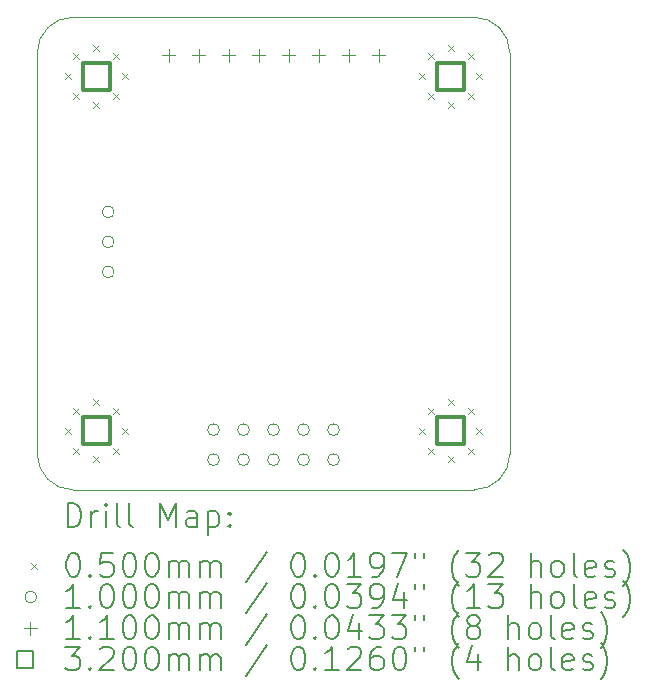
<source format=gbr>
%TF.GenerationSoftware,KiCad,Pcbnew,7.0.7*%
%TF.CreationDate,2024-02-22T12:38:58+00:00*%
%TF.ProjectId,gaugeInterface_rev0,67617567-6549-46e7-9465-72666163655f,rev?*%
%TF.SameCoordinates,Original*%
%TF.FileFunction,Drillmap*%
%TF.FilePolarity,Positive*%
%FSLAX45Y45*%
G04 Gerber Fmt 4.5, Leading zero omitted, Abs format (unit mm)*
G04 Created by KiCad (PCBNEW 7.0.7) date 2024-02-22 12:38:58*
%MOMM*%
%LPD*%
G01*
G04 APERTURE LIST*
%ADD10C,0.100000*%
%ADD11C,0.200000*%
%ADD12C,0.050000*%
%ADD13C,0.110000*%
%ADD14C,0.320000*%
G04 APERTURE END LIST*
D10*
X3700000Y-4000000D02*
X300000Y-4000000D01*
X4000000Y-300000D02*
G75*
G03*
X3700000Y0I-300000J0D01*
G01*
X300000Y0D02*
X3700000Y0D01*
X300000Y0D02*
G75*
G03*
X0Y-300000I0J-300000D01*
G01*
X0Y-3700000D02*
X0Y-300000D01*
X0Y-3700000D02*
G75*
G03*
X300000Y-4000000I300000J0D01*
G01*
X3700000Y-4000000D02*
G75*
G03*
X4000000Y-3700000I0J300000D01*
G01*
X4000000Y-300000D02*
X4000000Y-3700000D01*
D11*
D12*
X235000Y-475000D02*
X285000Y-525000D01*
X285000Y-475000D02*
X235000Y-525000D01*
X235000Y-3475000D02*
X285000Y-3525000D01*
X285000Y-3475000D02*
X235000Y-3525000D01*
X305294Y-305294D02*
X355294Y-355294D01*
X355294Y-305294D02*
X305294Y-355294D01*
X305294Y-644706D02*
X355294Y-694706D01*
X355294Y-644706D02*
X305294Y-694706D01*
X305294Y-3305294D02*
X355294Y-3355294D01*
X355294Y-3305294D02*
X305294Y-3355294D01*
X305294Y-3644706D02*
X355294Y-3694706D01*
X355294Y-3644706D02*
X305294Y-3694706D01*
X475000Y-235000D02*
X525000Y-285000D01*
X525000Y-235000D02*
X475000Y-285000D01*
X475000Y-715000D02*
X525000Y-765000D01*
X525000Y-715000D02*
X475000Y-765000D01*
X475000Y-3235000D02*
X525000Y-3285000D01*
X525000Y-3235000D02*
X475000Y-3285000D01*
X475000Y-3715000D02*
X525000Y-3765000D01*
X525000Y-3715000D02*
X475000Y-3765000D01*
X644706Y-305294D02*
X694706Y-355294D01*
X694706Y-305294D02*
X644706Y-355294D01*
X644706Y-644706D02*
X694706Y-694706D01*
X694706Y-644706D02*
X644706Y-694706D01*
X644706Y-3305294D02*
X694706Y-3355294D01*
X694706Y-3305294D02*
X644706Y-3355294D01*
X644706Y-3644706D02*
X694706Y-3694706D01*
X694706Y-3644706D02*
X644706Y-3694706D01*
X715000Y-475000D02*
X765000Y-525000D01*
X765000Y-475000D02*
X715000Y-525000D01*
X715000Y-3475000D02*
X765000Y-3525000D01*
X765000Y-3475000D02*
X715000Y-3525000D01*
X3235000Y-475000D02*
X3285000Y-525000D01*
X3285000Y-475000D02*
X3235000Y-525000D01*
X3235000Y-3475000D02*
X3285000Y-3525000D01*
X3285000Y-3475000D02*
X3235000Y-3525000D01*
X3305294Y-305294D02*
X3355294Y-355294D01*
X3355294Y-305294D02*
X3305294Y-355294D01*
X3305294Y-644706D02*
X3355294Y-694706D01*
X3355294Y-644706D02*
X3305294Y-694706D01*
X3305294Y-3305294D02*
X3355294Y-3355294D01*
X3355294Y-3305294D02*
X3305294Y-3355294D01*
X3305294Y-3644706D02*
X3355294Y-3694706D01*
X3355294Y-3644706D02*
X3305294Y-3694706D01*
X3475000Y-235000D02*
X3525000Y-285000D01*
X3525000Y-235000D02*
X3475000Y-285000D01*
X3475000Y-715000D02*
X3525000Y-765000D01*
X3525000Y-715000D02*
X3475000Y-765000D01*
X3475000Y-3235000D02*
X3525000Y-3285000D01*
X3525000Y-3235000D02*
X3475000Y-3285000D01*
X3475000Y-3715000D02*
X3525000Y-3765000D01*
X3525000Y-3715000D02*
X3475000Y-3765000D01*
X3644706Y-305294D02*
X3694706Y-355294D01*
X3694706Y-305294D02*
X3644706Y-355294D01*
X3644706Y-644706D02*
X3694706Y-694706D01*
X3694706Y-644706D02*
X3644706Y-694706D01*
X3644706Y-3305294D02*
X3694706Y-3355294D01*
X3694706Y-3305294D02*
X3644706Y-3355294D01*
X3644706Y-3644706D02*
X3694706Y-3694706D01*
X3694706Y-3644706D02*
X3644706Y-3694706D01*
X3715000Y-475000D02*
X3765000Y-525000D01*
X3765000Y-475000D02*
X3715000Y-525000D01*
X3715000Y-3475000D02*
X3765000Y-3525000D01*
X3765000Y-3475000D02*
X3715000Y-3525000D01*
D10*
X650000Y-1647500D02*
G75*
G03*
X650000Y-1647500I-50000J0D01*
G01*
X650000Y-1901500D02*
G75*
G03*
X650000Y-1901500I-50000J0D01*
G01*
X650000Y-2155500D02*
G75*
G03*
X650000Y-2155500I-50000J0D01*
G01*
X1542000Y-3492000D02*
G75*
G03*
X1542000Y-3492000I-50000J0D01*
G01*
X1542000Y-3746000D02*
G75*
G03*
X1542000Y-3746000I-50000J0D01*
G01*
X1796000Y-3492000D02*
G75*
G03*
X1796000Y-3492000I-50000J0D01*
G01*
X1796000Y-3746000D02*
G75*
G03*
X1796000Y-3746000I-50000J0D01*
G01*
X2050000Y-3492000D02*
G75*
G03*
X2050000Y-3492000I-50000J0D01*
G01*
X2050000Y-3746000D02*
G75*
G03*
X2050000Y-3746000I-50000J0D01*
G01*
X2304000Y-3492000D02*
G75*
G03*
X2304000Y-3492000I-50000J0D01*
G01*
X2304000Y-3746000D02*
G75*
G03*
X2304000Y-3746000I-50000J0D01*
G01*
X2558000Y-3492000D02*
G75*
G03*
X2558000Y-3492000I-50000J0D01*
G01*
X2558000Y-3746000D02*
G75*
G03*
X2558000Y-3746000I-50000J0D01*
G01*
D13*
X1111000Y-265000D02*
X1111000Y-375000D01*
X1056000Y-320000D02*
X1166000Y-320000D01*
X1365000Y-265000D02*
X1365000Y-375000D01*
X1310000Y-320000D02*
X1420000Y-320000D01*
X1619000Y-265000D02*
X1619000Y-375000D01*
X1564000Y-320000D02*
X1674000Y-320000D01*
X1873000Y-265000D02*
X1873000Y-375000D01*
X1818000Y-320000D02*
X1928000Y-320000D01*
X2127000Y-265000D02*
X2127000Y-375000D01*
X2072000Y-320000D02*
X2182000Y-320000D01*
X2381000Y-265000D02*
X2381000Y-375000D01*
X2326000Y-320000D02*
X2436000Y-320000D01*
X2635000Y-265000D02*
X2635000Y-375000D01*
X2580000Y-320000D02*
X2690000Y-320000D01*
X2889000Y-265000D02*
X2889000Y-375000D01*
X2834000Y-320000D02*
X2944000Y-320000D01*
D14*
X613138Y-613138D02*
X613138Y-386862D01*
X386862Y-386862D01*
X386862Y-613138D01*
X613138Y-613138D01*
X613138Y-3613138D02*
X613138Y-3386862D01*
X386862Y-3386862D01*
X386862Y-3613138D01*
X613138Y-3613138D01*
X3613138Y-613138D02*
X3613138Y-386862D01*
X3386862Y-386862D01*
X3386862Y-613138D01*
X3613138Y-613138D01*
X3613138Y-3613138D02*
X3613138Y-3386862D01*
X3386862Y-3386862D01*
X3386862Y-3613138D01*
X3613138Y-3613138D01*
D11*
X255777Y-4316484D02*
X255777Y-4116484D01*
X255777Y-4116484D02*
X303396Y-4116484D01*
X303396Y-4116484D02*
X331967Y-4126008D01*
X331967Y-4126008D02*
X351015Y-4145055D01*
X351015Y-4145055D02*
X360539Y-4164103D01*
X360539Y-4164103D02*
X370062Y-4202198D01*
X370062Y-4202198D02*
X370062Y-4230770D01*
X370062Y-4230770D02*
X360539Y-4268865D01*
X360539Y-4268865D02*
X351015Y-4287912D01*
X351015Y-4287912D02*
X331967Y-4306960D01*
X331967Y-4306960D02*
X303396Y-4316484D01*
X303396Y-4316484D02*
X255777Y-4316484D01*
X455777Y-4316484D02*
X455777Y-4183150D01*
X455777Y-4221246D02*
X465301Y-4202198D01*
X465301Y-4202198D02*
X474824Y-4192674D01*
X474824Y-4192674D02*
X493872Y-4183150D01*
X493872Y-4183150D02*
X512920Y-4183150D01*
X579586Y-4316484D02*
X579586Y-4183150D01*
X579586Y-4116484D02*
X570063Y-4126008D01*
X570063Y-4126008D02*
X579586Y-4135531D01*
X579586Y-4135531D02*
X589110Y-4126008D01*
X589110Y-4126008D02*
X579586Y-4116484D01*
X579586Y-4116484D02*
X579586Y-4135531D01*
X703396Y-4316484D02*
X684348Y-4306960D01*
X684348Y-4306960D02*
X674824Y-4287912D01*
X674824Y-4287912D02*
X674824Y-4116484D01*
X808158Y-4316484D02*
X789110Y-4306960D01*
X789110Y-4306960D02*
X779586Y-4287912D01*
X779586Y-4287912D02*
X779586Y-4116484D01*
X1036729Y-4316484D02*
X1036729Y-4116484D01*
X1036729Y-4116484D02*
X1103396Y-4259341D01*
X1103396Y-4259341D02*
X1170063Y-4116484D01*
X1170063Y-4116484D02*
X1170063Y-4316484D01*
X1351015Y-4316484D02*
X1351015Y-4211722D01*
X1351015Y-4211722D02*
X1341491Y-4192674D01*
X1341491Y-4192674D02*
X1322444Y-4183150D01*
X1322444Y-4183150D02*
X1284348Y-4183150D01*
X1284348Y-4183150D02*
X1265301Y-4192674D01*
X1351015Y-4306960D02*
X1331967Y-4316484D01*
X1331967Y-4316484D02*
X1284348Y-4316484D01*
X1284348Y-4316484D02*
X1265301Y-4306960D01*
X1265301Y-4306960D02*
X1255777Y-4287912D01*
X1255777Y-4287912D02*
X1255777Y-4268865D01*
X1255777Y-4268865D02*
X1265301Y-4249817D01*
X1265301Y-4249817D02*
X1284348Y-4240293D01*
X1284348Y-4240293D02*
X1331967Y-4240293D01*
X1331967Y-4240293D02*
X1351015Y-4230770D01*
X1446253Y-4183150D02*
X1446253Y-4383150D01*
X1446253Y-4192674D02*
X1465301Y-4183150D01*
X1465301Y-4183150D02*
X1503396Y-4183150D01*
X1503396Y-4183150D02*
X1522443Y-4192674D01*
X1522443Y-4192674D02*
X1531967Y-4202198D01*
X1531967Y-4202198D02*
X1541491Y-4221246D01*
X1541491Y-4221246D02*
X1541491Y-4278389D01*
X1541491Y-4278389D02*
X1531967Y-4297436D01*
X1531967Y-4297436D02*
X1522443Y-4306960D01*
X1522443Y-4306960D02*
X1503396Y-4316484D01*
X1503396Y-4316484D02*
X1465301Y-4316484D01*
X1465301Y-4316484D02*
X1446253Y-4306960D01*
X1627205Y-4297436D02*
X1636729Y-4306960D01*
X1636729Y-4306960D02*
X1627205Y-4316484D01*
X1627205Y-4316484D02*
X1617682Y-4306960D01*
X1617682Y-4306960D02*
X1627205Y-4297436D01*
X1627205Y-4297436D02*
X1627205Y-4316484D01*
X1627205Y-4192674D02*
X1636729Y-4202198D01*
X1636729Y-4202198D02*
X1627205Y-4211722D01*
X1627205Y-4211722D02*
X1617682Y-4202198D01*
X1617682Y-4202198D02*
X1627205Y-4192674D01*
X1627205Y-4192674D02*
X1627205Y-4211722D01*
D12*
X-55000Y-4620000D02*
X-5000Y-4670000D01*
X-5000Y-4620000D02*
X-55000Y-4670000D01*
D11*
X293872Y-4536484D02*
X312920Y-4536484D01*
X312920Y-4536484D02*
X331967Y-4546008D01*
X331967Y-4546008D02*
X341491Y-4555531D01*
X341491Y-4555531D02*
X351015Y-4574579D01*
X351015Y-4574579D02*
X360539Y-4612674D01*
X360539Y-4612674D02*
X360539Y-4660293D01*
X360539Y-4660293D02*
X351015Y-4698389D01*
X351015Y-4698389D02*
X341491Y-4717436D01*
X341491Y-4717436D02*
X331967Y-4726960D01*
X331967Y-4726960D02*
X312920Y-4736484D01*
X312920Y-4736484D02*
X293872Y-4736484D01*
X293872Y-4736484D02*
X274824Y-4726960D01*
X274824Y-4726960D02*
X265301Y-4717436D01*
X265301Y-4717436D02*
X255777Y-4698389D01*
X255777Y-4698389D02*
X246253Y-4660293D01*
X246253Y-4660293D02*
X246253Y-4612674D01*
X246253Y-4612674D02*
X255777Y-4574579D01*
X255777Y-4574579D02*
X265301Y-4555531D01*
X265301Y-4555531D02*
X274824Y-4546008D01*
X274824Y-4546008D02*
X293872Y-4536484D01*
X446253Y-4717436D02*
X455777Y-4726960D01*
X455777Y-4726960D02*
X446253Y-4736484D01*
X446253Y-4736484D02*
X436729Y-4726960D01*
X436729Y-4726960D02*
X446253Y-4717436D01*
X446253Y-4717436D02*
X446253Y-4736484D01*
X636729Y-4536484D02*
X541491Y-4536484D01*
X541491Y-4536484D02*
X531967Y-4631722D01*
X531967Y-4631722D02*
X541491Y-4622198D01*
X541491Y-4622198D02*
X560539Y-4612674D01*
X560539Y-4612674D02*
X608158Y-4612674D01*
X608158Y-4612674D02*
X627205Y-4622198D01*
X627205Y-4622198D02*
X636729Y-4631722D01*
X636729Y-4631722D02*
X646253Y-4650770D01*
X646253Y-4650770D02*
X646253Y-4698389D01*
X646253Y-4698389D02*
X636729Y-4717436D01*
X636729Y-4717436D02*
X627205Y-4726960D01*
X627205Y-4726960D02*
X608158Y-4736484D01*
X608158Y-4736484D02*
X560539Y-4736484D01*
X560539Y-4736484D02*
X541491Y-4726960D01*
X541491Y-4726960D02*
X531967Y-4717436D01*
X770062Y-4536484D02*
X789110Y-4536484D01*
X789110Y-4536484D02*
X808158Y-4546008D01*
X808158Y-4546008D02*
X817682Y-4555531D01*
X817682Y-4555531D02*
X827205Y-4574579D01*
X827205Y-4574579D02*
X836729Y-4612674D01*
X836729Y-4612674D02*
X836729Y-4660293D01*
X836729Y-4660293D02*
X827205Y-4698389D01*
X827205Y-4698389D02*
X817682Y-4717436D01*
X817682Y-4717436D02*
X808158Y-4726960D01*
X808158Y-4726960D02*
X789110Y-4736484D01*
X789110Y-4736484D02*
X770062Y-4736484D01*
X770062Y-4736484D02*
X751015Y-4726960D01*
X751015Y-4726960D02*
X741491Y-4717436D01*
X741491Y-4717436D02*
X731967Y-4698389D01*
X731967Y-4698389D02*
X722443Y-4660293D01*
X722443Y-4660293D02*
X722443Y-4612674D01*
X722443Y-4612674D02*
X731967Y-4574579D01*
X731967Y-4574579D02*
X741491Y-4555531D01*
X741491Y-4555531D02*
X751015Y-4546008D01*
X751015Y-4546008D02*
X770062Y-4536484D01*
X960539Y-4536484D02*
X979586Y-4536484D01*
X979586Y-4536484D02*
X998634Y-4546008D01*
X998634Y-4546008D02*
X1008158Y-4555531D01*
X1008158Y-4555531D02*
X1017682Y-4574579D01*
X1017682Y-4574579D02*
X1027205Y-4612674D01*
X1027205Y-4612674D02*
X1027205Y-4660293D01*
X1027205Y-4660293D02*
X1017682Y-4698389D01*
X1017682Y-4698389D02*
X1008158Y-4717436D01*
X1008158Y-4717436D02*
X998634Y-4726960D01*
X998634Y-4726960D02*
X979586Y-4736484D01*
X979586Y-4736484D02*
X960539Y-4736484D01*
X960539Y-4736484D02*
X941491Y-4726960D01*
X941491Y-4726960D02*
X931967Y-4717436D01*
X931967Y-4717436D02*
X922443Y-4698389D01*
X922443Y-4698389D02*
X912920Y-4660293D01*
X912920Y-4660293D02*
X912920Y-4612674D01*
X912920Y-4612674D02*
X922443Y-4574579D01*
X922443Y-4574579D02*
X931967Y-4555531D01*
X931967Y-4555531D02*
X941491Y-4546008D01*
X941491Y-4546008D02*
X960539Y-4536484D01*
X1112920Y-4736484D02*
X1112920Y-4603150D01*
X1112920Y-4622198D02*
X1122444Y-4612674D01*
X1122444Y-4612674D02*
X1141491Y-4603150D01*
X1141491Y-4603150D02*
X1170063Y-4603150D01*
X1170063Y-4603150D02*
X1189110Y-4612674D01*
X1189110Y-4612674D02*
X1198634Y-4631722D01*
X1198634Y-4631722D02*
X1198634Y-4736484D01*
X1198634Y-4631722D02*
X1208158Y-4612674D01*
X1208158Y-4612674D02*
X1227205Y-4603150D01*
X1227205Y-4603150D02*
X1255777Y-4603150D01*
X1255777Y-4603150D02*
X1274825Y-4612674D01*
X1274825Y-4612674D02*
X1284348Y-4631722D01*
X1284348Y-4631722D02*
X1284348Y-4736484D01*
X1379586Y-4736484D02*
X1379586Y-4603150D01*
X1379586Y-4622198D02*
X1389110Y-4612674D01*
X1389110Y-4612674D02*
X1408158Y-4603150D01*
X1408158Y-4603150D02*
X1436729Y-4603150D01*
X1436729Y-4603150D02*
X1455777Y-4612674D01*
X1455777Y-4612674D02*
X1465301Y-4631722D01*
X1465301Y-4631722D02*
X1465301Y-4736484D01*
X1465301Y-4631722D02*
X1474824Y-4612674D01*
X1474824Y-4612674D02*
X1493872Y-4603150D01*
X1493872Y-4603150D02*
X1522443Y-4603150D01*
X1522443Y-4603150D02*
X1541491Y-4612674D01*
X1541491Y-4612674D02*
X1551015Y-4631722D01*
X1551015Y-4631722D02*
X1551015Y-4736484D01*
X1941491Y-4526960D02*
X1770063Y-4784103D01*
X2198634Y-4536484D02*
X2217682Y-4536484D01*
X2217682Y-4536484D02*
X2236729Y-4546008D01*
X2236729Y-4546008D02*
X2246253Y-4555531D01*
X2246253Y-4555531D02*
X2255777Y-4574579D01*
X2255777Y-4574579D02*
X2265301Y-4612674D01*
X2265301Y-4612674D02*
X2265301Y-4660293D01*
X2265301Y-4660293D02*
X2255777Y-4698389D01*
X2255777Y-4698389D02*
X2246253Y-4717436D01*
X2246253Y-4717436D02*
X2236729Y-4726960D01*
X2236729Y-4726960D02*
X2217682Y-4736484D01*
X2217682Y-4736484D02*
X2198634Y-4736484D01*
X2198634Y-4736484D02*
X2179587Y-4726960D01*
X2179587Y-4726960D02*
X2170063Y-4717436D01*
X2170063Y-4717436D02*
X2160539Y-4698389D01*
X2160539Y-4698389D02*
X2151015Y-4660293D01*
X2151015Y-4660293D02*
X2151015Y-4612674D01*
X2151015Y-4612674D02*
X2160539Y-4574579D01*
X2160539Y-4574579D02*
X2170063Y-4555531D01*
X2170063Y-4555531D02*
X2179587Y-4546008D01*
X2179587Y-4546008D02*
X2198634Y-4536484D01*
X2351015Y-4717436D02*
X2360539Y-4726960D01*
X2360539Y-4726960D02*
X2351015Y-4736484D01*
X2351015Y-4736484D02*
X2341491Y-4726960D01*
X2341491Y-4726960D02*
X2351015Y-4717436D01*
X2351015Y-4717436D02*
X2351015Y-4736484D01*
X2484348Y-4536484D02*
X2503396Y-4536484D01*
X2503396Y-4536484D02*
X2522444Y-4546008D01*
X2522444Y-4546008D02*
X2531968Y-4555531D01*
X2531968Y-4555531D02*
X2541491Y-4574579D01*
X2541491Y-4574579D02*
X2551015Y-4612674D01*
X2551015Y-4612674D02*
X2551015Y-4660293D01*
X2551015Y-4660293D02*
X2541491Y-4698389D01*
X2541491Y-4698389D02*
X2531968Y-4717436D01*
X2531968Y-4717436D02*
X2522444Y-4726960D01*
X2522444Y-4726960D02*
X2503396Y-4736484D01*
X2503396Y-4736484D02*
X2484348Y-4736484D01*
X2484348Y-4736484D02*
X2465301Y-4726960D01*
X2465301Y-4726960D02*
X2455777Y-4717436D01*
X2455777Y-4717436D02*
X2446253Y-4698389D01*
X2446253Y-4698389D02*
X2436729Y-4660293D01*
X2436729Y-4660293D02*
X2436729Y-4612674D01*
X2436729Y-4612674D02*
X2446253Y-4574579D01*
X2446253Y-4574579D02*
X2455777Y-4555531D01*
X2455777Y-4555531D02*
X2465301Y-4546008D01*
X2465301Y-4546008D02*
X2484348Y-4536484D01*
X2741491Y-4736484D02*
X2627206Y-4736484D01*
X2684348Y-4736484D02*
X2684348Y-4536484D01*
X2684348Y-4536484D02*
X2665301Y-4565055D01*
X2665301Y-4565055D02*
X2646253Y-4584103D01*
X2646253Y-4584103D02*
X2627206Y-4593627D01*
X2836729Y-4736484D02*
X2874825Y-4736484D01*
X2874825Y-4736484D02*
X2893872Y-4726960D01*
X2893872Y-4726960D02*
X2903396Y-4717436D01*
X2903396Y-4717436D02*
X2922444Y-4688865D01*
X2922444Y-4688865D02*
X2931967Y-4650770D01*
X2931967Y-4650770D02*
X2931967Y-4574579D01*
X2931967Y-4574579D02*
X2922444Y-4555531D01*
X2922444Y-4555531D02*
X2912920Y-4546008D01*
X2912920Y-4546008D02*
X2893872Y-4536484D01*
X2893872Y-4536484D02*
X2855777Y-4536484D01*
X2855777Y-4536484D02*
X2836729Y-4546008D01*
X2836729Y-4546008D02*
X2827206Y-4555531D01*
X2827206Y-4555531D02*
X2817682Y-4574579D01*
X2817682Y-4574579D02*
X2817682Y-4622198D01*
X2817682Y-4622198D02*
X2827206Y-4641246D01*
X2827206Y-4641246D02*
X2836729Y-4650770D01*
X2836729Y-4650770D02*
X2855777Y-4660293D01*
X2855777Y-4660293D02*
X2893872Y-4660293D01*
X2893872Y-4660293D02*
X2912920Y-4650770D01*
X2912920Y-4650770D02*
X2922444Y-4641246D01*
X2922444Y-4641246D02*
X2931967Y-4622198D01*
X2998634Y-4536484D02*
X3131967Y-4536484D01*
X3131967Y-4536484D02*
X3046253Y-4736484D01*
X3198634Y-4536484D02*
X3198634Y-4574579D01*
X3274825Y-4536484D02*
X3274825Y-4574579D01*
X3570063Y-4812674D02*
X3560539Y-4803150D01*
X3560539Y-4803150D02*
X3541491Y-4774579D01*
X3541491Y-4774579D02*
X3531968Y-4755531D01*
X3531968Y-4755531D02*
X3522444Y-4726960D01*
X3522444Y-4726960D02*
X3512920Y-4679341D01*
X3512920Y-4679341D02*
X3512920Y-4641246D01*
X3512920Y-4641246D02*
X3522444Y-4593627D01*
X3522444Y-4593627D02*
X3531968Y-4565055D01*
X3531968Y-4565055D02*
X3541491Y-4546008D01*
X3541491Y-4546008D02*
X3560539Y-4517436D01*
X3560539Y-4517436D02*
X3570063Y-4507912D01*
X3627206Y-4536484D02*
X3751015Y-4536484D01*
X3751015Y-4536484D02*
X3684348Y-4612674D01*
X3684348Y-4612674D02*
X3712920Y-4612674D01*
X3712920Y-4612674D02*
X3731968Y-4622198D01*
X3731968Y-4622198D02*
X3741491Y-4631722D01*
X3741491Y-4631722D02*
X3751015Y-4650770D01*
X3751015Y-4650770D02*
X3751015Y-4698389D01*
X3751015Y-4698389D02*
X3741491Y-4717436D01*
X3741491Y-4717436D02*
X3731968Y-4726960D01*
X3731968Y-4726960D02*
X3712920Y-4736484D01*
X3712920Y-4736484D02*
X3655777Y-4736484D01*
X3655777Y-4736484D02*
X3636729Y-4726960D01*
X3636729Y-4726960D02*
X3627206Y-4717436D01*
X3827206Y-4555531D02*
X3836729Y-4546008D01*
X3836729Y-4546008D02*
X3855777Y-4536484D01*
X3855777Y-4536484D02*
X3903396Y-4536484D01*
X3903396Y-4536484D02*
X3922444Y-4546008D01*
X3922444Y-4546008D02*
X3931968Y-4555531D01*
X3931968Y-4555531D02*
X3941491Y-4574579D01*
X3941491Y-4574579D02*
X3941491Y-4593627D01*
X3941491Y-4593627D02*
X3931968Y-4622198D01*
X3931968Y-4622198D02*
X3817682Y-4736484D01*
X3817682Y-4736484D02*
X3941491Y-4736484D01*
X4179587Y-4736484D02*
X4179587Y-4536484D01*
X4265301Y-4736484D02*
X4265301Y-4631722D01*
X4265301Y-4631722D02*
X4255777Y-4612674D01*
X4255777Y-4612674D02*
X4236730Y-4603150D01*
X4236730Y-4603150D02*
X4208158Y-4603150D01*
X4208158Y-4603150D02*
X4189110Y-4612674D01*
X4189110Y-4612674D02*
X4179587Y-4622198D01*
X4389111Y-4736484D02*
X4370063Y-4726960D01*
X4370063Y-4726960D02*
X4360539Y-4717436D01*
X4360539Y-4717436D02*
X4351015Y-4698389D01*
X4351015Y-4698389D02*
X4351015Y-4641246D01*
X4351015Y-4641246D02*
X4360539Y-4622198D01*
X4360539Y-4622198D02*
X4370063Y-4612674D01*
X4370063Y-4612674D02*
X4389111Y-4603150D01*
X4389111Y-4603150D02*
X4417682Y-4603150D01*
X4417682Y-4603150D02*
X4436730Y-4612674D01*
X4436730Y-4612674D02*
X4446253Y-4622198D01*
X4446253Y-4622198D02*
X4455777Y-4641246D01*
X4455777Y-4641246D02*
X4455777Y-4698389D01*
X4455777Y-4698389D02*
X4446253Y-4717436D01*
X4446253Y-4717436D02*
X4436730Y-4726960D01*
X4436730Y-4726960D02*
X4417682Y-4736484D01*
X4417682Y-4736484D02*
X4389111Y-4736484D01*
X4570063Y-4736484D02*
X4551015Y-4726960D01*
X4551015Y-4726960D02*
X4541492Y-4707912D01*
X4541492Y-4707912D02*
X4541492Y-4536484D01*
X4722444Y-4726960D02*
X4703396Y-4736484D01*
X4703396Y-4736484D02*
X4665301Y-4736484D01*
X4665301Y-4736484D02*
X4646253Y-4726960D01*
X4646253Y-4726960D02*
X4636730Y-4707912D01*
X4636730Y-4707912D02*
X4636730Y-4631722D01*
X4636730Y-4631722D02*
X4646253Y-4612674D01*
X4646253Y-4612674D02*
X4665301Y-4603150D01*
X4665301Y-4603150D02*
X4703396Y-4603150D01*
X4703396Y-4603150D02*
X4722444Y-4612674D01*
X4722444Y-4612674D02*
X4731968Y-4631722D01*
X4731968Y-4631722D02*
X4731968Y-4650770D01*
X4731968Y-4650770D02*
X4636730Y-4669817D01*
X4808158Y-4726960D02*
X4827206Y-4736484D01*
X4827206Y-4736484D02*
X4865301Y-4736484D01*
X4865301Y-4736484D02*
X4884349Y-4726960D01*
X4884349Y-4726960D02*
X4893873Y-4707912D01*
X4893873Y-4707912D02*
X4893873Y-4698389D01*
X4893873Y-4698389D02*
X4884349Y-4679341D01*
X4884349Y-4679341D02*
X4865301Y-4669817D01*
X4865301Y-4669817D02*
X4836730Y-4669817D01*
X4836730Y-4669817D02*
X4817682Y-4660293D01*
X4817682Y-4660293D02*
X4808158Y-4641246D01*
X4808158Y-4641246D02*
X4808158Y-4631722D01*
X4808158Y-4631722D02*
X4817682Y-4612674D01*
X4817682Y-4612674D02*
X4836730Y-4603150D01*
X4836730Y-4603150D02*
X4865301Y-4603150D01*
X4865301Y-4603150D02*
X4884349Y-4612674D01*
X4960539Y-4812674D02*
X4970063Y-4803150D01*
X4970063Y-4803150D02*
X4989111Y-4774579D01*
X4989111Y-4774579D02*
X4998634Y-4755531D01*
X4998634Y-4755531D02*
X5008158Y-4726960D01*
X5008158Y-4726960D02*
X5017682Y-4679341D01*
X5017682Y-4679341D02*
X5017682Y-4641246D01*
X5017682Y-4641246D02*
X5008158Y-4593627D01*
X5008158Y-4593627D02*
X4998634Y-4565055D01*
X4998634Y-4565055D02*
X4989111Y-4546008D01*
X4989111Y-4546008D02*
X4970063Y-4517436D01*
X4970063Y-4517436D02*
X4960539Y-4507912D01*
D10*
X-5000Y-4909000D02*
G75*
G03*
X-5000Y-4909000I-50000J0D01*
G01*
D11*
X360539Y-5000484D02*
X246253Y-5000484D01*
X303396Y-5000484D02*
X303396Y-4800484D01*
X303396Y-4800484D02*
X284348Y-4829055D01*
X284348Y-4829055D02*
X265301Y-4848103D01*
X265301Y-4848103D02*
X246253Y-4857627D01*
X446253Y-4981436D02*
X455777Y-4990960D01*
X455777Y-4990960D02*
X446253Y-5000484D01*
X446253Y-5000484D02*
X436729Y-4990960D01*
X436729Y-4990960D02*
X446253Y-4981436D01*
X446253Y-4981436D02*
X446253Y-5000484D01*
X579586Y-4800484D02*
X598634Y-4800484D01*
X598634Y-4800484D02*
X617682Y-4810008D01*
X617682Y-4810008D02*
X627205Y-4819531D01*
X627205Y-4819531D02*
X636729Y-4838579D01*
X636729Y-4838579D02*
X646253Y-4876674D01*
X646253Y-4876674D02*
X646253Y-4924293D01*
X646253Y-4924293D02*
X636729Y-4962389D01*
X636729Y-4962389D02*
X627205Y-4981436D01*
X627205Y-4981436D02*
X617682Y-4990960D01*
X617682Y-4990960D02*
X598634Y-5000484D01*
X598634Y-5000484D02*
X579586Y-5000484D01*
X579586Y-5000484D02*
X560539Y-4990960D01*
X560539Y-4990960D02*
X551015Y-4981436D01*
X551015Y-4981436D02*
X541491Y-4962389D01*
X541491Y-4962389D02*
X531967Y-4924293D01*
X531967Y-4924293D02*
X531967Y-4876674D01*
X531967Y-4876674D02*
X541491Y-4838579D01*
X541491Y-4838579D02*
X551015Y-4819531D01*
X551015Y-4819531D02*
X560539Y-4810008D01*
X560539Y-4810008D02*
X579586Y-4800484D01*
X770062Y-4800484D02*
X789110Y-4800484D01*
X789110Y-4800484D02*
X808158Y-4810008D01*
X808158Y-4810008D02*
X817682Y-4819531D01*
X817682Y-4819531D02*
X827205Y-4838579D01*
X827205Y-4838579D02*
X836729Y-4876674D01*
X836729Y-4876674D02*
X836729Y-4924293D01*
X836729Y-4924293D02*
X827205Y-4962389D01*
X827205Y-4962389D02*
X817682Y-4981436D01*
X817682Y-4981436D02*
X808158Y-4990960D01*
X808158Y-4990960D02*
X789110Y-5000484D01*
X789110Y-5000484D02*
X770062Y-5000484D01*
X770062Y-5000484D02*
X751015Y-4990960D01*
X751015Y-4990960D02*
X741491Y-4981436D01*
X741491Y-4981436D02*
X731967Y-4962389D01*
X731967Y-4962389D02*
X722443Y-4924293D01*
X722443Y-4924293D02*
X722443Y-4876674D01*
X722443Y-4876674D02*
X731967Y-4838579D01*
X731967Y-4838579D02*
X741491Y-4819531D01*
X741491Y-4819531D02*
X751015Y-4810008D01*
X751015Y-4810008D02*
X770062Y-4800484D01*
X960539Y-4800484D02*
X979586Y-4800484D01*
X979586Y-4800484D02*
X998634Y-4810008D01*
X998634Y-4810008D02*
X1008158Y-4819531D01*
X1008158Y-4819531D02*
X1017682Y-4838579D01*
X1017682Y-4838579D02*
X1027205Y-4876674D01*
X1027205Y-4876674D02*
X1027205Y-4924293D01*
X1027205Y-4924293D02*
X1017682Y-4962389D01*
X1017682Y-4962389D02*
X1008158Y-4981436D01*
X1008158Y-4981436D02*
X998634Y-4990960D01*
X998634Y-4990960D02*
X979586Y-5000484D01*
X979586Y-5000484D02*
X960539Y-5000484D01*
X960539Y-5000484D02*
X941491Y-4990960D01*
X941491Y-4990960D02*
X931967Y-4981436D01*
X931967Y-4981436D02*
X922443Y-4962389D01*
X922443Y-4962389D02*
X912920Y-4924293D01*
X912920Y-4924293D02*
X912920Y-4876674D01*
X912920Y-4876674D02*
X922443Y-4838579D01*
X922443Y-4838579D02*
X931967Y-4819531D01*
X931967Y-4819531D02*
X941491Y-4810008D01*
X941491Y-4810008D02*
X960539Y-4800484D01*
X1112920Y-5000484D02*
X1112920Y-4867150D01*
X1112920Y-4886198D02*
X1122444Y-4876674D01*
X1122444Y-4876674D02*
X1141491Y-4867150D01*
X1141491Y-4867150D02*
X1170063Y-4867150D01*
X1170063Y-4867150D02*
X1189110Y-4876674D01*
X1189110Y-4876674D02*
X1198634Y-4895722D01*
X1198634Y-4895722D02*
X1198634Y-5000484D01*
X1198634Y-4895722D02*
X1208158Y-4876674D01*
X1208158Y-4876674D02*
X1227205Y-4867150D01*
X1227205Y-4867150D02*
X1255777Y-4867150D01*
X1255777Y-4867150D02*
X1274825Y-4876674D01*
X1274825Y-4876674D02*
X1284348Y-4895722D01*
X1284348Y-4895722D02*
X1284348Y-5000484D01*
X1379586Y-5000484D02*
X1379586Y-4867150D01*
X1379586Y-4886198D02*
X1389110Y-4876674D01*
X1389110Y-4876674D02*
X1408158Y-4867150D01*
X1408158Y-4867150D02*
X1436729Y-4867150D01*
X1436729Y-4867150D02*
X1455777Y-4876674D01*
X1455777Y-4876674D02*
X1465301Y-4895722D01*
X1465301Y-4895722D02*
X1465301Y-5000484D01*
X1465301Y-4895722D02*
X1474824Y-4876674D01*
X1474824Y-4876674D02*
X1493872Y-4867150D01*
X1493872Y-4867150D02*
X1522443Y-4867150D01*
X1522443Y-4867150D02*
X1541491Y-4876674D01*
X1541491Y-4876674D02*
X1551015Y-4895722D01*
X1551015Y-4895722D02*
X1551015Y-5000484D01*
X1941491Y-4790960D02*
X1770063Y-5048103D01*
X2198634Y-4800484D02*
X2217682Y-4800484D01*
X2217682Y-4800484D02*
X2236729Y-4810008D01*
X2236729Y-4810008D02*
X2246253Y-4819531D01*
X2246253Y-4819531D02*
X2255777Y-4838579D01*
X2255777Y-4838579D02*
X2265301Y-4876674D01*
X2265301Y-4876674D02*
X2265301Y-4924293D01*
X2265301Y-4924293D02*
X2255777Y-4962389D01*
X2255777Y-4962389D02*
X2246253Y-4981436D01*
X2246253Y-4981436D02*
X2236729Y-4990960D01*
X2236729Y-4990960D02*
X2217682Y-5000484D01*
X2217682Y-5000484D02*
X2198634Y-5000484D01*
X2198634Y-5000484D02*
X2179587Y-4990960D01*
X2179587Y-4990960D02*
X2170063Y-4981436D01*
X2170063Y-4981436D02*
X2160539Y-4962389D01*
X2160539Y-4962389D02*
X2151015Y-4924293D01*
X2151015Y-4924293D02*
X2151015Y-4876674D01*
X2151015Y-4876674D02*
X2160539Y-4838579D01*
X2160539Y-4838579D02*
X2170063Y-4819531D01*
X2170063Y-4819531D02*
X2179587Y-4810008D01*
X2179587Y-4810008D02*
X2198634Y-4800484D01*
X2351015Y-4981436D02*
X2360539Y-4990960D01*
X2360539Y-4990960D02*
X2351015Y-5000484D01*
X2351015Y-5000484D02*
X2341491Y-4990960D01*
X2341491Y-4990960D02*
X2351015Y-4981436D01*
X2351015Y-4981436D02*
X2351015Y-5000484D01*
X2484348Y-4800484D02*
X2503396Y-4800484D01*
X2503396Y-4800484D02*
X2522444Y-4810008D01*
X2522444Y-4810008D02*
X2531968Y-4819531D01*
X2531968Y-4819531D02*
X2541491Y-4838579D01*
X2541491Y-4838579D02*
X2551015Y-4876674D01*
X2551015Y-4876674D02*
X2551015Y-4924293D01*
X2551015Y-4924293D02*
X2541491Y-4962389D01*
X2541491Y-4962389D02*
X2531968Y-4981436D01*
X2531968Y-4981436D02*
X2522444Y-4990960D01*
X2522444Y-4990960D02*
X2503396Y-5000484D01*
X2503396Y-5000484D02*
X2484348Y-5000484D01*
X2484348Y-5000484D02*
X2465301Y-4990960D01*
X2465301Y-4990960D02*
X2455777Y-4981436D01*
X2455777Y-4981436D02*
X2446253Y-4962389D01*
X2446253Y-4962389D02*
X2436729Y-4924293D01*
X2436729Y-4924293D02*
X2436729Y-4876674D01*
X2436729Y-4876674D02*
X2446253Y-4838579D01*
X2446253Y-4838579D02*
X2455777Y-4819531D01*
X2455777Y-4819531D02*
X2465301Y-4810008D01*
X2465301Y-4810008D02*
X2484348Y-4800484D01*
X2617682Y-4800484D02*
X2741491Y-4800484D01*
X2741491Y-4800484D02*
X2674825Y-4876674D01*
X2674825Y-4876674D02*
X2703396Y-4876674D01*
X2703396Y-4876674D02*
X2722444Y-4886198D01*
X2722444Y-4886198D02*
X2731968Y-4895722D01*
X2731968Y-4895722D02*
X2741491Y-4914770D01*
X2741491Y-4914770D02*
X2741491Y-4962389D01*
X2741491Y-4962389D02*
X2731968Y-4981436D01*
X2731968Y-4981436D02*
X2722444Y-4990960D01*
X2722444Y-4990960D02*
X2703396Y-5000484D01*
X2703396Y-5000484D02*
X2646253Y-5000484D01*
X2646253Y-5000484D02*
X2627206Y-4990960D01*
X2627206Y-4990960D02*
X2617682Y-4981436D01*
X2836729Y-5000484D02*
X2874825Y-5000484D01*
X2874825Y-5000484D02*
X2893872Y-4990960D01*
X2893872Y-4990960D02*
X2903396Y-4981436D01*
X2903396Y-4981436D02*
X2922444Y-4952865D01*
X2922444Y-4952865D02*
X2931967Y-4914770D01*
X2931967Y-4914770D02*
X2931967Y-4838579D01*
X2931967Y-4838579D02*
X2922444Y-4819531D01*
X2922444Y-4819531D02*
X2912920Y-4810008D01*
X2912920Y-4810008D02*
X2893872Y-4800484D01*
X2893872Y-4800484D02*
X2855777Y-4800484D01*
X2855777Y-4800484D02*
X2836729Y-4810008D01*
X2836729Y-4810008D02*
X2827206Y-4819531D01*
X2827206Y-4819531D02*
X2817682Y-4838579D01*
X2817682Y-4838579D02*
X2817682Y-4886198D01*
X2817682Y-4886198D02*
X2827206Y-4905246D01*
X2827206Y-4905246D02*
X2836729Y-4914770D01*
X2836729Y-4914770D02*
X2855777Y-4924293D01*
X2855777Y-4924293D02*
X2893872Y-4924293D01*
X2893872Y-4924293D02*
X2912920Y-4914770D01*
X2912920Y-4914770D02*
X2922444Y-4905246D01*
X2922444Y-4905246D02*
X2931967Y-4886198D01*
X3103396Y-4867150D02*
X3103396Y-5000484D01*
X3055777Y-4790960D02*
X3008158Y-4933817D01*
X3008158Y-4933817D02*
X3131967Y-4933817D01*
X3198634Y-4800484D02*
X3198634Y-4838579D01*
X3274825Y-4800484D02*
X3274825Y-4838579D01*
X3570063Y-5076674D02*
X3560539Y-5067150D01*
X3560539Y-5067150D02*
X3541491Y-5038579D01*
X3541491Y-5038579D02*
X3531968Y-5019531D01*
X3531968Y-5019531D02*
X3522444Y-4990960D01*
X3522444Y-4990960D02*
X3512920Y-4943341D01*
X3512920Y-4943341D02*
X3512920Y-4905246D01*
X3512920Y-4905246D02*
X3522444Y-4857627D01*
X3522444Y-4857627D02*
X3531968Y-4829055D01*
X3531968Y-4829055D02*
X3541491Y-4810008D01*
X3541491Y-4810008D02*
X3560539Y-4781436D01*
X3560539Y-4781436D02*
X3570063Y-4771912D01*
X3751015Y-5000484D02*
X3636729Y-5000484D01*
X3693872Y-5000484D02*
X3693872Y-4800484D01*
X3693872Y-4800484D02*
X3674825Y-4829055D01*
X3674825Y-4829055D02*
X3655777Y-4848103D01*
X3655777Y-4848103D02*
X3636729Y-4857627D01*
X3817682Y-4800484D02*
X3941491Y-4800484D01*
X3941491Y-4800484D02*
X3874825Y-4876674D01*
X3874825Y-4876674D02*
X3903396Y-4876674D01*
X3903396Y-4876674D02*
X3922444Y-4886198D01*
X3922444Y-4886198D02*
X3931968Y-4895722D01*
X3931968Y-4895722D02*
X3941491Y-4914770D01*
X3941491Y-4914770D02*
X3941491Y-4962389D01*
X3941491Y-4962389D02*
X3931968Y-4981436D01*
X3931968Y-4981436D02*
X3922444Y-4990960D01*
X3922444Y-4990960D02*
X3903396Y-5000484D01*
X3903396Y-5000484D02*
X3846253Y-5000484D01*
X3846253Y-5000484D02*
X3827206Y-4990960D01*
X3827206Y-4990960D02*
X3817682Y-4981436D01*
X4179587Y-5000484D02*
X4179587Y-4800484D01*
X4265301Y-5000484D02*
X4265301Y-4895722D01*
X4265301Y-4895722D02*
X4255777Y-4876674D01*
X4255777Y-4876674D02*
X4236730Y-4867150D01*
X4236730Y-4867150D02*
X4208158Y-4867150D01*
X4208158Y-4867150D02*
X4189110Y-4876674D01*
X4189110Y-4876674D02*
X4179587Y-4886198D01*
X4389111Y-5000484D02*
X4370063Y-4990960D01*
X4370063Y-4990960D02*
X4360539Y-4981436D01*
X4360539Y-4981436D02*
X4351015Y-4962389D01*
X4351015Y-4962389D02*
X4351015Y-4905246D01*
X4351015Y-4905246D02*
X4360539Y-4886198D01*
X4360539Y-4886198D02*
X4370063Y-4876674D01*
X4370063Y-4876674D02*
X4389111Y-4867150D01*
X4389111Y-4867150D02*
X4417682Y-4867150D01*
X4417682Y-4867150D02*
X4436730Y-4876674D01*
X4436730Y-4876674D02*
X4446253Y-4886198D01*
X4446253Y-4886198D02*
X4455777Y-4905246D01*
X4455777Y-4905246D02*
X4455777Y-4962389D01*
X4455777Y-4962389D02*
X4446253Y-4981436D01*
X4446253Y-4981436D02*
X4436730Y-4990960D01*
X4436730Y-4990960D02*
X4417682Y-5000484D01*
X4417682Y-5000484D02*
X4389111Y-5000484D01*
X4570063Y-5000484D02*
X4551015Y-4990960D01*
X4551015Y-4990960D02*
X4541492Y-4971912D01*
X4541492Y-4971912D02*
X4541492Y-4800484D01*
X4722444Y-4990960D02*
X4703396Y-5000484D01*
X4703396Y-5000484D02*
X4665301Y-5000484D01*
X4665301Y-5000484D02*
X4646253Y-4990960D01*
X4646253Y-4990960D02*
X4636730Y-4971912D01*
X4636730Y-4971912D02*
X4636730Y-4895722D01*
X4636730Y-4895722D02*
X4646253Y-4876674D01*
X4646253Y-4876674D02*
X4665301Y-4867150D01*
X4665301Y-4867150D02*
X4703396Y-4867150D01*
X4703396Y-4867150D02*
X4722444Y-4876674D01*
X4722444Y-4876674D02*
X4731968Y-4895722D01*
X4731968Y-4895722D02*
X4731968Y-4914770D01*
X4731968Y-4914770D02*
X4636730Y-4933817D01*
X4808158Y-4990960D02*
X4827206Y-5000484D01*
X4827206Y-5000484D02*
X4865301Y-5000484D01*
X4865301Y-5000484D02*
X4884349Y-4990960D01*
X4884349Y-4990960D02*
X4893873Y-4971912D01*
X4893873Y-4971912D02*
X4893873Y-4962389D01*
X4893873Y-4962389D02*
X4884349Y-4943341D01*
X4884349Y-4943341D02*
X4865301Y-4933817D01*
X4865301Y-4933817D02*
X4836730Y-4933817D01*
X4836730Y-4933817D02*
X4817682Y-4924293D01*
X4817682Y-4924293D02*
X4808158Y-4905246D01*
X4808158Y-4905246D02*
X4808158Y-4895722D01*
X4808158Y-4895722D02*
X4817682Y-4876674D01*
X4817682Y-4876674D02*
X4836730Y-4867150D01*
X4836730Y-4867150D02*
X4865301Y-4867150D01*
X4865301Y-4867150D02*
X4884349Y-4876674D01*
X4960539Y-5076674D02*
X4970063Y-5067150D01*
X4970063Y-5067150D02*
X4989111Y-5038579D01*
X4989111Y-5038579D02*
X4998634Y-5019531D01*
X4998634Y-5019531D02*
X5008158Y-4990960D01*
X5008158Y-4990960D02*
X5017682Y-4943341D01*
X5017682Y-4943341D02*
X5017682Y-4905246D01*
X5017682Y-4905246D02*
X5008158Y-4857627D01*
X5008158Y-4857627D02*
X4998634Y-4829055D01*
X4998634Y-4829055D02*
X4989111Y-4810008D01*
X4989111Y-4810008D02*
X4970063Y-4781436D01*
X4970063Y-4781436D02*
X4960539Y-4771912D01*
D13*
X-60000Y-5118000D02*
X-60000Y-5228000D01*
X-115000Y-5173000D02*
X-5000Y-5173000D01*
D11*
X360539Y-5264484D02*
X246253Y-5264484D01*
X303396Y-5264484D02*
X303396Y-5064484D01*
X303396Y-5064484D02*
X284348Y-5093055D01*
X284348Y-5093055D02*
X265301Y-5112103D01*
X265301Y-5112103D02*
X246253Y-5121627D01*
X446253Y-5245436D02*
X455777Y-5254960D01*
X455777Y-5254960D02*
X446253Y-5264484D01*
X446253Y-5264484D02*
X436729Y-5254960D01*
X436729Y-5254960D02*
X446253Y-5245436D01*
X446253Y-5245436D02*
X446253Y-5264484D01*
X646253Y-5264484D02*
X531967Y-5264484D01*
X589110Y-5264484D02*
X589110Y-5064484D01*
X589110Y-5064484D02*
X570063Y-5093055D01*
X570063Y-5093055D02*
X551015Y-5112103D01*
X551015Y-5112103D02*
X531967Y-5121627D01*
X770062Y-5064484D02*
X789110Y-5064484D01*
X789110Y-5064484D02*
X808158Y-5074008D01*
X808158Y-5074008D02*
X817682Y-5083531D01*
X817682Y-5083531D02*
X827205Y-5102579D01*
X827205Y-5102579D02*
X836729Y-5140674D01*
X836729Y-5140674D02*
X836729Y-5188293D01*
X836729Y-5188293D02*
X827205Y-5226389D01*
X827205Y-5226389D02*
X817682Y-5245436D01*
X817682Y-5245436D02*
X808158Y-5254960D01*
X808158Y-5254960D02*
X789110Y-5264484D01*
X789110Y-5264484D02*
X770062Y-5264484D01*
X770062Y-5264484D02*
X751015Y-5254960D01*
X751015Y-5254960D02*
X741491Y-5245436D01*
X741491Y-5245436D02*
X731967Y-5226389D01*
X731967Y-5226389D02*
X722443Y-5188293D01*
X722443Y-5188293D02*
X722443Y-5140674D01*
X722443Y-5140674D02*
X731967Y-5102579D01*
X731967Y-5102579D02*
X741491Y-5083531D01*
X741491Y-5083531D02*
X751015Y-5074008D01*
X751015Y-5074008D02*
X770062Y-5064484D01*
X960539Y-5064484D02*
X979586Y-5064484D01*
X979586Y-5064484D02*
X998634Y-5074008D01*
X998634Y-5074008D02*
X1008158Y-5083531D01*
X1008158Y-5083531D02*
X1017682Y-5102579D01*
X1017682Y-5102579D02*
X1027205Y-5140674D01*
X1027205Y-5140674D02*
X1027205Y-5188293D01*
X1027205Y-5188293D02*
X1017682Y-5226389D01*
X1017682Y-5226389D02*
X1008158Y-5245436D01*
X1008158Y-5245436D02*
X998634Y-5254960D01*
X998634Y-5254960D02*
X979586Y-5264484D01*
X979586Y-5264484D02*
X960539Y-5264484D01*
X960539Y-5264484D02*
X941491Y-5254960D01*
X941491Y-5254960D02*
X931967Y-5245436D01*
X931967Y-5245436D02*
X922443Y-5226389D01*
X922443Y-5226389D02*
X912920Y-5188293D01*
X912920Y-5188293D02*
X912920Y-5140674D01*
X912920Y-5140674D02*
X922443Y-5102579D01*
X922443Y-5102579D02*
X931967Y-5083531D01*
X931967Y-5083531D02*
X941491Y-5074008D01*
X941491Y-5074008D02*
X960539Y-5064484D01*
X1112920Y-5264484D02*
X1112920Y-5131150D01*
X1112920Y-5150198D02*
X1122444Y-5140674D01*
X1122444Y-5140674D02*
X1141491Y-5131150D01*
X1141491Y-5131150D02*
X1170063Y-5131150D01*
X1170063Y-5131150D02*
X1189110Y-5140674D01*
X1189110Y-5140674D02*
X1198634Y-5159722D01*
X1198634Y-5159722D02*
X1198634Y-5264484D01*
X1198634Y-5159722D02*
X1208158Y-5140674D01*
X1208158Y-5140674D02*
X1227205Y-5131150D01*
X1227205Y-5131150D02*
X1255777Y-5131150D01*
X1255777Y-5131150D02*
X1274825Y-5140674D01*
X1274825Y-5140674D02*
X1284348Y-5159722D01*
X1284348Y-5159722D02*
X1284348Y-5264484D01*
X1379586Y-5264484D02*
X1379586Y-5131150D01*
X1379586Y-5150198D02*
X1389110Y-5140674D01*
X1389110Y-5140674D02*
X1408158Y-5131150D01*
X1408158Y-5131150D02*
X1436729Y-5131150D01*
X1436729Y-5131150D02*
X1455777Y-5140674D01*
X1455777Y-5140674D02*
X1465301Y-5159722D01*
X1465301Y-5159722D02*
X1465301Y-5264484D01*
X1465301Y-5159722D02*
X1474824Y-5140674D01*
X1474824Y-5140674D02*
X1493872Y-5131150D01*
X1493872Y-5131150D02*
X1522443Y-5131150D01*
X1522443Y-5131150D02*
X1541491Y-5140674D01*
X1541491Y-5140674D02*
X1551015Y-5159722D01*
X1551015Y-5159722D02*
X1551015Y-5264484D01*
X1941491Y-5054960D02*
X1770063Y-5312103D01*
X2198634Y-5064484D02*
X2217682Y-5064484D01*
X2217682Y-5064484D02*
X2236729Y-5074008D01*
X2236729Y-5074008D02*
X2246253Y-5083531D01*
X2246253Y-5083531D02*
X2255777Y-5102579D01*
X2255777Y-5102579D02*
X2265301Y-5140674D01*
X2265301Y-5140674D02*
X2265301Y-5188293D01*
X2265301Y-5188293D02*
X2255777Y-5226389D01*
X2255777Y-5226389D02*
X2246253Y-5245436D01*
X2246253Y-5245436D02*
X2236729Y-5254960D01*
X2236729Y-5254960D02*
X2217682Y-5264484D01*
X2217682Y-5264484D02*
X2198634Y-5264484D01*
X2198634Y-5264484D02*
X2179587Y-5254960D01*
X2179587Y-5254960D02*
X2170063Y-5245436D01*
X2170063Y-5245436D02*
X2160539Y-5226389D01*
X2160539Y-5226389D02*
X2151015Y-5188293D01*
X2151015Y-5188293D02*
X2151015Y-5140674D01*
X2151015Y-5140674D02*
X2160539Y-5102579D01*
X2160539Y-5102579D02*
X2170063Y-5083531D01*
X2170063Y-5083531D02*
X2179587Y-5074008D01*
X2179587Y-5074008D02*
X2198634Y-5064484D01*
X2351015Y-5245436D02*
X2360539Y-5254960D01*
X2360539Y-5254960D02*
X2351015Y-5264484D01*
X2351015Y-5264484D02*
X2341491Y-5254960D01*
X2341491Y-5254960D02*
X2351015Y-5245436D01*
X2351015Y-5245436D02*
X2351015Y-5264484D01*
X2484348Y-5064484D02*
X2503396Y-5064484D01*
X2503396Y-5064484D02*
X2522444Y-5074008D01*
X2522444Y-5074008D02*
X2531968Y-5083531D01*
X2531968Y-5083531D02*
X2541491Y-5102579D01*
X2541491Y-5102579D02*
X2551015Y-5140674D01*
X2551015Y-5140674D02*
X2551015Y-5188293D01*
X2551015Y-5188293D02*
X2541491Y-5226389D01*
X2541491Y-5226389D02*
X2531968Y-5245436D01*
X2531968Y-5245436D02*
X2522444Y-5254960D01*
X2522444Y-5254960D02*
X2503396Y-5264484D01*
X2503396Y-5264484D02*
X2484348Y-5264484D01*
X2484348Y-5264484D02*
X2465301Y-5254960D01*
X2465301Y-5254960D02*
X2455777Y-5245436D01*
X2455777Y-5245436D02*
X2446253Y-5226389D01*
X2446253Y-5226389D02*
X2436729Y-5188293D01*
X2436729Y-5188293D02*
X2436729Y-5140674D01*
X2436729Y-5140674D02*
X2446253Y-5102579D01*
X2446253Y-5102579D02*
X2455777Y-5083531D01*
X2455777Y-5083531D02*
X2465301Y-5074008D01*
X2465301Y-5074008D02*
X2484348Y-5064484D01*
X2722444Y-5131150D02*
X2722444Y-5264484D01*
X2674825Y-5054960D02*
X2627206Y-5197817D01*
X2627206Y-5197817D02*
X2751015Y-5197817D01*
X2808158Y-5064484D02*
X2931967Y-5064484D01*
X2931967Y-5064484D02*
X2865301Y-5140674D01*
X2865301Y-5140674D02*
X2893872Y-5140674D01*
X2893872Y-5140674D02*
X2912920Y-5150198D01*
X2912920Y-5150198D02*
X2922444Y-5159722D01*
X2922444Y-5159722D02*
X2931967Y-5178770D01*
X2931967Y-5178770D02*
X2931967Y-5226389D01*
X2931967Y-5226389D02*
X2922444Y-5245436D01*
X2922444Y-5245436D02*
X2912920Y-5254960D01*
X2912920Y-5254960D02*
X2893872Y-5264484D01*
X2893872Y-5264484D02*
X2836729Y-5264484D01*
X2836729Y-5264484D02*
X2817682Y-5254960D01*
X2817682Y-5254960D02*
X2808158Y-5245436D01*
X2998634Y-5064484D02*
X3122444Y-5064484D01*
X3122444Y-5064484D02*
X3055777Y-5140674D01*
X3055777Y-5140674D02*
X3084348Y-5140674D01*
X3084348Y-5140674D02*
X3103396Y-5150198D01*
X3103396Y-5150198D02*
X3112920Y-5159722D01*
X3112920Y-5159722D02*
X3122444Y-5178770D01*
X3122444Y-5178770D02*
X3122444Y-5226389D01*
X3122444Y-5226389D02*
X3112920Y-5245436D01*
X3112920Y-5245436D02*
X3103396Y-5254960D01*
X3103396Y-5254960D02*
X3084348Y-5264484D01*
X3084348Y-5264484D02*
X3027206Y-5264484D01*
X3027206Y-5264484D02*
X3008158Y-5254960D01*
X3008158Y-5254960D02*
X2998634Y-5245436D01*
X3198634Y-5064484D02*
X3198634Y-5102579D01*
X3274825Y-5064484D02*
X3274825Y-5102579D01*
X3570063Y-5340674D02*
X3560539Y-5331150D01*
X3560539Y-5331150D02*
X3541491Y-5302579D01*
X3541491Y-5302579D02*
X3531968Y-5283531D01*
X3531968Y-5283531D02*
X3522444Y-5254960D01*
X3522444Y-5254960D02*
X3512920Y-5207341D01*
X3512920Y-5207341D02*
X3512920Y-5169246D01*
X3512920Y-5169246D02*
X3522444Y-5121627D01*
X3522444Y-5121627D02*
X3531968Y-5093055D01*
X3531968Y-5093055D02*
X3541491Y-5074008D01*
X3541491Y-5074008D02*
X3560539Y-5045436D01*
X3560539Y-5045436D02*
X3570063Y-5035912D01*
X3674825Y-5150198D02*
X3655777Y-5140674D01*
X3655777Y-5140674D02*
X3646253Y-5131150D01*
X3646253Y-5131150D02*
X3636729Y-5112103D01*
X3636729Y-5112103D02*
X3636729Y-5102579D01*
X3636729Y-5102579D02*
X3646253Y-5083531D01*
X3646253Y-5083531D02*
X3655777Y-5074008D01*
X3655777Y-5074008D02*
X3674825Y-5064484D01*
X3674825Y-5064484D02*
X3712920Y-5064484D01*
X3712920Y-5064484D02*
X3731968Y-5074008D01*
X3731968Y-5074008D02*
X3741491Y-5083531D01*
X3741491Y-5083531D02*
X3751015Y-5102579D01*
X3751015Y-5102579D02*
X3751015Y-5112103D01*
X3751015Y-5112103D02*
X3741491Y-5131150D01*
X3741491Y-5131150D02*
X3731968Y-5140674D01*
X3731968Y-5140674D02*
X3712920Y-5150198D01*
X3712920Y-5150198D02*
X3674825Y-5150198D01*
X3674825Y-5150198D02*
X3655777Y-5159722D01*
X3655777Y-5159722D02*
X3646253Y-5169246D01*
X3646253Y-5169246D02*
X3636729Y-5188293D01*
X3636729Y-5188293D02*
X3636729Y-5226389D01*
X3636729Y-5226389D02*
X3646253Y-5245436D01*
X3646253Y-5245436D02*
X3655777Y-5254960D01*
X3655777Y-5254960D02*
X3674825Y-5264484D01*
X3674825Y-5264484D02*
X3712920Y-5264484D01*
X3712920Y-5264484D02*
X3731968Y-5254960D01*
X3731968Y-5254960D02*
X3741491Y-5245436D01*
X3741491Y-5245436D02*
X3751015Y-5226389D01*
X3751015Y-5226389D02*
X3751015Y-5188293D01*
X3751015Y-5188293D02*
X3741491Y-5169246D01*
X3741491Y-5169246D02*
X3731968Y-5159722D01*
X3731968Y-5159722D02*
X3712920Y-5150198D01*
X3989110Y-5264484D02*
X3989110Y-5064484D01*
X4074825Y-5264484D02*
X4074825Y-5159722D01*
X4074825Y-5159722D02*
X4065301Y-5140674D01*
X4065301Y-5140674D02*
X4046253Y-5131150D01*
X4046253Y-5131150D02*
X4017682Y-5131150D01*
X4017682Y-5131150D02*
X3998634Y-5140674D01*
X3998634Y-5140674D02*
X3989110Y-5150198D01*
X4198634Y-5264484D02*
X4179587Y-5254960D01*
X4179587Y-5254960D02*
X4170063Y-5245436D01*
X4170063Y-5245436D02*
X4160539Y-5226389D01*
X4160539Y-5226389D02*
X4160539Y-5169246D01*
X4160539Y-5169246D02*
X4170063Y-5150198D01*
X4170063Y-5150198D02*
X4179587Y-5140674D01*
X4179587Y-5140674D02*
X4198634Y-5131150D01*
X4198634Y-5131150D02*
X4227206Y-5131150D01*
X4227206Y-5131150D02*
X4246253Y-5140674D01*
X4246253Y-5140674D02*
X4255777Y-5150198D01*
X4255777Y-5150198D02*
X4265301Y-5169246D01*
X4265301Y-5169246D02*
X4265301Y-5226389D01*
X4265301Y-5226389D02*
X4255777Y-5245436D01*
X4255777Y-5245436D02*
X4246253Y-5254960D01*
X4246253Y-5254960D02*
X4227206Y-5264484D01*
X4227206Y-5264484D02*
X4198634Y-5264484D01*
X4379587Y-5264484D02*
X4360539Y-5254960D01*
X4360539Y-5254960D02*
X4351015Y-5235912D01*
X4351015Y-5235912D02*
X4351015Y-5064484D01*
X4531968Y-5254960D02*
X4512920Y-5264484D01*
X4512920Y-5264484D02*
X4474825Y-5264484D01*
X4474825Y-5264484D02*
X4455777Y-5254960D01*
X4455777Y-5254960D02*
X4446253Y-5235912D01*
X4446253Y-5235912D02*
X4446253Y-5159722D01*
X4446253Y-5159722D02*
X4455777Y-5140674D01*
X4455777Y-5140674D02*
X4474825Y-5131150D01*
X4474825Y-5131150D02*
X4512920Y-5131150D01*
X4512920Y-5131150D02*
X4531968Y-5140674D01*
X4531968Y-5140674D02*
X4541492Y-5159722D01*
X4541492Y-5159722D02*
X4541492Y-5178770D01*
X4541492Y-5178770D02*
X4446253Y-5197817D01*
X4617682Y-5254960D02*
X4636730Y-5264484D01*
X4636730Y-5264484D02*
X4674825Y-5264484D01*
X4674825Y-5264484D02*
X4693873Y-5254960D01*
X4693873Y-5254960D02*
X4703396Y-5235912D01*
X4703396Y-5235912D02*
X4703396Y-5226389D01*
X4703396Y-5226389D02*
X4693873Y-5207341D01*
X4693873Y-5207341D02*
X4674825Y-5197817D01*
X4674825Y-5197817D02*
X4646253Y-5197817D01*
X4646253Y-5197817D02*
X4627206Y-5188293D01*
X4627206Y-5188293D02*
X4617682Y-5169246D01*
X4617682Y-5169246D02*
X4617682Y-5159722D01*
X4617682Y-5159722D02*
X4627206Y-5140674D01*
X4627206Y-5140674D02*
X4646253Y-5131150D01*
X4646253Y-5131150D02*
X4674825Y-5131150D01*
X4674825Y-5131150D02*
X4693873Y-5140674D01*
X4770063Y-5340674D02*
X4779587Y-5331150D01*
X4779587Y-5331150D02*
X4798634Y-5302579D01*
X4798634Y-5302579D02*
X4808158Y-5283531D01*
X4808158Y-5283531D02*
X4817682Y-5254960D01*
X4817682Y-5254960D02*
X4827206Y-5207341D01*
X4827206Y-5207341D02*
X4827206Y-5169246D01*
X4827206Y-5169246D02*
X4817682Y-5121627D01*
X4817682Y-5121627D02*
X4808158Y-5093055D01*
X4808158Y-5093055D02*
X4798634Y-5074008D01*
X4798634Y-5074008D02*
X4779587Y-5045436D01*
X4779587Y-5045436D02*
X4770063Y-5035912D01*
X-34289Y-5507711D02*
X-34289Y-5366289D01*
X-175711Y-5366289D01*
X-175711Y-5507711D01*
X-34289Y-5507711D01*
X236729Y-5328484D02*
X360539Y-5328484D01*
X360539Y-5328484D02*
X293872Y-5404674D01*
X293872Y-5404674D02*
X322444Y-5404674D01*
X322444Y-5404674D02*
X341491Y-5414198D01*
X341491Y-5414198D02*
X351015Y-5423722D01*
X351015Y-5423722D02*
X360539Y-5442770D01*
X360539Y-5442770D02*
X360539Y-5490389D01*
X360539Y-5490389D02*
X351015Y-5509436D01*
X351015Y-5509436D02*
X341491Y-5518960D01*
X341491Y-5518960D02*
X322444Y-5528484D01*
X322444Y-5528484D02*
X265301Y-5528484D01*
X265301Y-5528484D02*
X246253Y-5518960D01*
X246253Y-5518960D02*
X236729Y-5509436D01*
X446253Y-5509436D02*
X455777Y-5518960D01*
X455777Y-5518960D02*
X446253Y-5528484D01*
X446253Y-5528484D02*
X436729Y-5518960D01*
X436729Y-5518960D02*
X446253Y-5509436D01*
X446253Y-5509436D02*
X446253Y-5528484D01*
X531967Y-5347531D02*
X541491Y-5338008D01*
X541491Y-5338008D02*
X560539Y-5328484D01*
X560539Y-5328484D02*
X608158Y-5328484D01*
X608158Y-5328484D02*
X627205Y-5338008D01*
X627205Y-5338008D02*
X636729Y-5347531D01*
X636729Y-5347531D02*
X646253Y-5366579D01*
X646253Y-5366579D02*
X646253Y-5385627D01*
X646253Y-5385627D02*
X636729Y-5414198D01*
X636729Y-5414198D02*
X522443Y-5528484D01*
X522443Y-5528484D02*
X646253Y-5528484D01*
X770062Y-5328484D02*
X789110Y-5328484D01*
X789110Y-5328484D02*
X808158Y-5338008D01*
X808158Y-5338008D02*
X817682Y-5347531D01*
X817682Y-5347531D02*
X827205Y-5366579D01*
X827205Y-5366579D02*
X836729Y-5404674D01*
X836729Y-5404674D02*
X836729Y-5452293D01*
X836729Y-5452293D02*
X827205Y-5490389D01*
X827205Y-5490389D02*
X817682Y-5509436D01*
X817682Y-5509436D02*
X808158Y-5518960D01*
X808158Y-5518960D02*
X789110Y-5528484D01*
X789110Y-5528484D02*
X770062Y-5528484D01*
X770062Y-5528484D02*
X751015Y-5518960D01*
X751015Y-5518960D02*
X741491Y-5509436D01*
X741491Y-5509436D02*
X731967Y-5490389D01*
X731967Y-5490389D02*
X722443Y-5452293D01*
X722443Y-5452293D02*
X722443Y-5404674D01*
X722443Y-5404674D02*
X731967Y-5366579D01*
X731967Y-5366579D02*
X741491Y-5347531D01*
X741491Y-5347531D02*
X751015Y-5338008D01*
X751015Y-5338008D02*
X770062Y-5328484D01*
X960539Y-5328484D02*
X979586Y-5328484D01*
X979586Y-5328484D02*
X998634Y-5338008D01*
X998634Y-5338008D02*
X1008158Y-5347531D01*
X1008158Y-5347531D02*
X1017682Y-5366579D01*
X1017682Y-5366579D02*
X1027205Y-5404674D01*
X1027205Y-5404674D02*
X1027205Y-5452293D01*
X1027205Y-5452293D02*
X1017682Y-5490389D01*
X1017682Y-5490389D02*
X1008158Y-5509436D01*
X1008158Y-5509436D02*
X998634Y-5518960D01*
X998634Y-5518960D02*
X979586Y-5528484D01*
X979586Y-5528484D02*
X960539Y-5528484D01*
X960539Y-5528484D02*
X941491Y-5518960D01*
X941491Y-5518960D02*
X931967Y-5509436D01*
X931967Y-5509436D02*
X922443Y-5490389D01*
X922443Y-5490389D02*
X912920Y-5452293D01*
X912920Y-5452293D02*
X912920Y-5404674D01*
X912920Y-5404674D02*
X922443Y-5366579D01*
X922443Y-5366579D02*
X931967Y-5347531D01*
X931967Y-5347531D02*
X941491Y-5338008D01*
X941491Y-5338008D02*
X960539Y-5328484D01*
X1112920Y-5528484D02*
X1112920Y-5395150D01*
X1112920Y-5414198D02*
X1122444Y-5404674D01*
X1122444Y-5404674D02*
X1141491Y-5395150D01*
X1141491Y-5395150D02*
X1170063Y-5395150D01*
X1170063Y-5395150D02*
X1189110Y-5404674D01*
X1189110Y-5404674D02*
X1198634Y-5423722D01*
X1198634Y-5423722D02*
X1198634Y-5528484D01*
X1198634Y-5423722D02*
X1208158Y-5404674D01*
X1208158Y-5404674D02*
X1227205Y-5395150D01*
X1227205Y-5395150D02*
X1255777Y-5395150D01*
X1255777Y-5395150D02*
X1274825Y-5404674D01*
X1274825Y-5404674D02*
X1284348Y-5423722D01*
X1284348Y-5423722D02*
X1284348Y-5528484D01*
X1379586Y-5528484D02*
X1379586Y-5395150D01*
X1379586Y-5414198D02*
X1389110Y-5404674D01*
X1389110Y-5404674D02*
X1408158Y-5395150D01*
X1408158Y-5395150D02*
X1436729Y-5395150D01*
X1436729Y-5395150D02*
X1455777Y-5404674D01*
X1455777Y-5404674D02*
X1465301Y-5423722D01*
X1465301Y-5423722D02*
X1465301Y-5528484D01*
X1465301Y-5423722D02*
X1474824Y-5404674D01*
X1474824Y-5404674D02*
X1493872Y-5395150D01*
X1493872Y-5395150D02*
X1522443Y-5395150D01*
X1522443Y-5395150D02*
X1541491Y-5404674D01*
X1541491Y-5404674D02*
X1551015Y-5423722D01*
X1551015Y-5423722D02*
X1551015Y-5528484D01*
X1941491Y-5318960D02*
X1770063Y-5576103D01*
X2198634Y-5328484D02*
X2217682Y-5328484D01*
X2217682Y-5328484D02*
X2236729Y-5338008D01*
X2236729Y-5338008D02*
X2246253Y-5347531D01*
X2246253Y-5347531D02*
X2255777Y-5366579D01*
X2255777Y-5366579D02*
X2265301Y-5404674D01*
X2265301Y-5404674D02*
X2265301Y-5452293D01*
X2265301Y-5452293D02*
X2255777Y-5490389D01*
X2255777Y-5490389D02*
X2246253Y-5509436D01*
X2246253Y-5509436D02*
X2236729Y-5518960D01*
X2236729Y-5518960D02*
X2217682Y-5528484D01*
X2217682Y-5528484D02*
X2198634Y-5528484D01*
X2198634Y-5528484D02*
X2179587Y-5518960D01*
X2179587Y-5518960D02*
X2170063Y-5509436D01*
X2170063Y-5509436D02*
X2160539Y-5490389D01*
X2160539Y-5490389D02*
X2151015Y-5452293D01*
X2151015Y-5452293D02*
X2151015Y-5404674D01*
X2151015Y-5404674D02*
X2160539Y-5366579D01*
X2160539Y-5366579D02*
X2170063Y-5347531D01*
X2170063Y-5347531D02*
X2179587Y-5338008D01*
X2179587Y-5338008D02*
X2198634Y-5328484D01*
X2351015Y-5509436D02*
X2360539Y-5518960D01*
X2360539Y-5518960D02*
X2351015Y-5528484D01*
X2351015Y-5528484D02*
X2341491Y-5518960D01*
X2341491Y-5518960D02*
X2351015Y-5509436D01*
X2351015Y-5509436D02*
X2351015Y-5528484D01*
X2551015Y-5528484D02*
X2436729Y-5528484D01*
X2493872Y-5528484D02*
X2493872Y-5328484D01*
X2493872Y-5328484D02*
X2474825Y-5357055D01*
X2474825Y-5357055D02*
X2455777Y-5376103D01*
X2455777Y-5376103D02*
X2436729Y-5385627D01*
X2627206Y-5347531D02*
X2636729Y-5338008D01*
X2636729Y-5338008D02*
X2655777Y-5328484D01*
X2655777Y-5328484D02*
X2703396Y-5328484D01*
X2703396Y-5328484D02*
X2722444Y-5338008D01*
X2722444Y-5338008D02*
X2731968Y-5347531D01*
X2731968Y-5347531D02*
X2741491Y-5366579D01*
X2741491Y-5366579D02*
X2741491Y-5385627D01*
X2741491Y-5385627D02*
X2731968Y-5414198D01*
X2731968Y-5414198D02*
X2617682Y-5528484D01*
X2617682Y-5528484D02*
X2741491Y-5528484D01*
X2912920Y-5328484D02*
X2874825Y-5328484D01*
X2874825Y-5328484D02*
X2855777Y-5338008D01*
X2855777Y-5338008D02*
X2846253Y-5347531D01*
X2846253Y-5347531D02*
X2827206Y-5376103D01*
X2827206Y-5376103D02*
X2817682Y-5414198D01*
X2817682Y-5414198D02*
X2817682Y-5490389D01*
X2817682Y-5490389D02*
X2827206Y-5509436D01*
X2827206Y-5509436D02*
X2836729Y-5518960D01*
X2836729Y-5518960D02*
X2855777Y-5528484D01*
X2855777Y-5528484D02*
X2893872Y-5528484D01*
X2893872Y-5528484D02*
X2912920Y-5518960D01*
X2912920Y-5518960D02*
X2922444Y-5509436D01*
X2922444Y-5509436D02*
X2931967Y-5490389D01*
X2931967Y-5490389D02*
X2931967Y-5442770D01*
X2931967Y-5442770D02*
X2922444Y-5423722D01*
X2922444Y-5423722D02*
X2912920Y-5414198D01*
X2912920Y-5414198D02*
X2893872Y-5404674D01*
X2893872Y-5404674D02*
X2855777Y-5404674D01*
X2855777Y-5404674D02*
X2836729Y-5414198D01*
X2836729Y-5414198D02*
X2827206Y-5423722D01*
X2827206Y-5423722D02*
X2817682Y-5442770D01*
X3055777Y-5328484D02*
X3074825Y-5328484D01*
X3074825Y-5328484D02*
X3093872Y-5338008D01*
X3093872Y-5338008D02*
X3103396Y-5347531D01*
X3103396Y-5347531D02*
X3112920Y-5366579D01*
X3112920Y-5366579D02*
X3122444Y-5404674D01*
X3122444Y-5404674D02*
X3122444Y-5452293D01*
X3122444Y-5452293D02*
X3112920Y-5490389D01*
X3112920Y-5490389D02*
X3103396Y-5509436D01*
X3103396Y-5509436D02*
X3093872Y-5518960D01*
X3093872Y-5518960D02*
X3074825Y-5528484D01*
X3074825Y-5528484D02*
X3055777Y-5528484D01*
X3055777Y-5528484D02*
X3036729Y-5518960D01*
X3036729Y-5518960D02*
X3027206Y-5509436D01*
X3027206Y-5509436D02*
X3017682Y-5490389D01*
X3017682Y-5490389D02*
X3008158Y-5452293D01*
X3008158Y-5452293D02*
X3008158Y-5404674D01*
X3008158Y-5404674D02*
X3017682Y-5366579D01*
X3017682Y-5366579D02*
X3027206Y-5347531D01*
X3027206Y-5347531D02*
X3036729Y-5338008D01*
X3036729Y-5338008D02*
X3055777Y-5328484D01*
X3198634Y-5328484D02*
X3198634Y-5366579D01*
X3274825Y-5328484D02*
X3274825Y-5366579D01*
X3570063Y-5604674D02*
X3560539Y-5595150D01*
X3560539Y-5595150D02*
X3541491Y-5566579D01*
X3541491Y-5566579D02*
X3531968Y-5547531D01*
X3531968Y-5547531D02*
X3522444Y-5518960D01*
X3522444Y-5518960D02*
X3512920Y-5471341D01*
X3512920Y-5471341D02*
X3512920Y-5433246D01*
X3512920Y-5433246D02*
X3522444Y-5385627D01*
X3522444Y-5385627D02*
X3531968Y-5357055D01*
X3531968Y-5357055D02*
X3541491Y-5338008D01*
X3541491Y-5338008D02*
X3560539Y-5309436D01*
X3560539Y-5309436D02*
X3570063Y-5299912D01*
X3731968Y-5395150D02*
X3731968Y-5528484D01*
X3684348Y-5318960D02*
X3636729Y-5461817D01*
X3636729Y-5461817D02*
X3760539Y-5461817D01*
X3989110Y-5528484D02*
X3989110Y-5328484D01*
X4074825Y-5528484D02*
X4074825Y-5423722D01*
X4074825Y-5423722D02*
X4065301Y-5404674D01*
X4065301Y-5404674D02*
X4046253Y-5395150D01*
X4046253Y-5395150D02*
X4017682Y-5395150D01*
X4017682Y-5395150D02*
X3998634Y-5404674D01*
X3998634Y-5404674D02*
X3989110Y-5414198D01*
X4198634Y-5528484D02*
X4179587Y-5518960D01*
X4179587Y-5518960D02*
X4170063Y-5509436D01*
X4170063Y-5509436D02*
X4160539Y-5490389D01*
X4160539Y-5490389D02*
X4160539Y-5433246D01*
X4160539Y-5433246D02*
X4170063Y-5414198D01*
X4170063Y-5414198D02*
X4179587Y-5404674D01*
X4179587Y-5404674D02*
X4198634Y-5395150D01*
X4198634Y-5395150D02*
X4227206Y-5395150D01*
X4227206Y-5395150D02*
X4246253Y-5404674D01*
X4246253Y-5404674D02*
X4255777Y-5414198D01*
X4255777Y-5414198D02*
X4265301Y-5433246D01*
X4265301Y-5433246D02*
X4265301Y-5490389D01*
X4265301Y-5490389D02*
X4255777Y-5509436D01*
X4255777Y-5509436D02*
X4246253Y-5518960D01*
X4246253Y-5518960D02*
X4227206Y-5528484D01*
X4227206Y-5528484D02*
X4198634Y-5528484D01*
X4379587Y-5528484D02*
X4360539Y-5518960D01*
X4360539Y-5518960D02*
X4351015Y-5499912D01*
X4351015Y-5499912D02*
X4351015Y-5328484D01*
X4531968Y-5518960D02*
X4512920Y-5528484D01*
X4512920Y-5528484D02*
X4474825Y-5528484D01*
X4474825Y-5528484D02*
X4455777Y-5518960D01*
X4455777Y-5518960D02*
X4446253Y-5499912D01*
X4446253Y-5499912D02*
X4446253Y-5423722D01*
X4446253Y-5423722D02*
X4455777Y-5404674D01*
X4455777Y-5404674D02*
X4474825Y-5395150D01*
X4474825Y-5395150D02*
X4512920Y-5395150D01*
X4512920Y-5395150D02*
X4531968Y-5404674D01*
X4531968Y-5404674D02*
X4541492Y-5423722D01*
X4541492Y-5423722D02*
X4541492Y-5442770D01*
X4541492Y-5442770D02*
X4446253Y-5461817D01*
X4617682Y-5518960D02*
X4636730Y-5528484D01*
X4636730Y-5528484D02*
X4674825Y-5528484D01*
X4674825Y-5528484D02*
X4693873Y-5518960D01*
X4693873Y-5518960D02*
X4703396Y-5499912D01*
X4703396Y-5499912D02*
X4703396Y-5490389D01*
X4703396Y-5490389D02*
X4693873Y-5471341D01*
X4693873Y-5471341D02*
X4674825Y-5461817D01*
X4674825Y-5461817D02*
X4646253Y-5461817D01*
X4646253Y-5461817D02*
X4627206Y-5452293D01*
X4627206Y-5452293D02*
X4617682Y-5433246D01*
X4617682Y-5433246D02*
X4617682Y-5423722D01*
X4617682Y-5423722D02*
X4627206Y-5404674D01*
X4627206Y-5404674D02*
X4646253Y-5395150D01*
X4646253Y-5395150D02*
X4674825Y-5395150D01*
X4674825Y-5395150D02*
X4693873Y-5404674D01*
X4770063Y-5604674D02*
X4779587Y-5595150D01*
X4779587Y-5595150D02*
X4798634Y-5566579D01*
X4798634Y-5566579D02*
X4808158Y-5547531D01*
X4808158Y-5547531D02*
X4817682Y-5518960D01*
X4817682Y-5518960D02*
X4827206Y-5471341D01*
X4827206Y-5471341D02*
X4827206Y-5433246D01*
X4827206Y-5433246D02*
X4817682Y-5385627D01*
X4817682Y-5385627D02*
X4808158Y-5357055D01*
X4808158Y-5357055D02*
X4798634Y-5338008D01*
X4798634Y-5338008D02*
X4779587Y-5309436D01*
X4779587Y-5309436D02*
X4770063Y-5299912D01*
M02*

</source>
